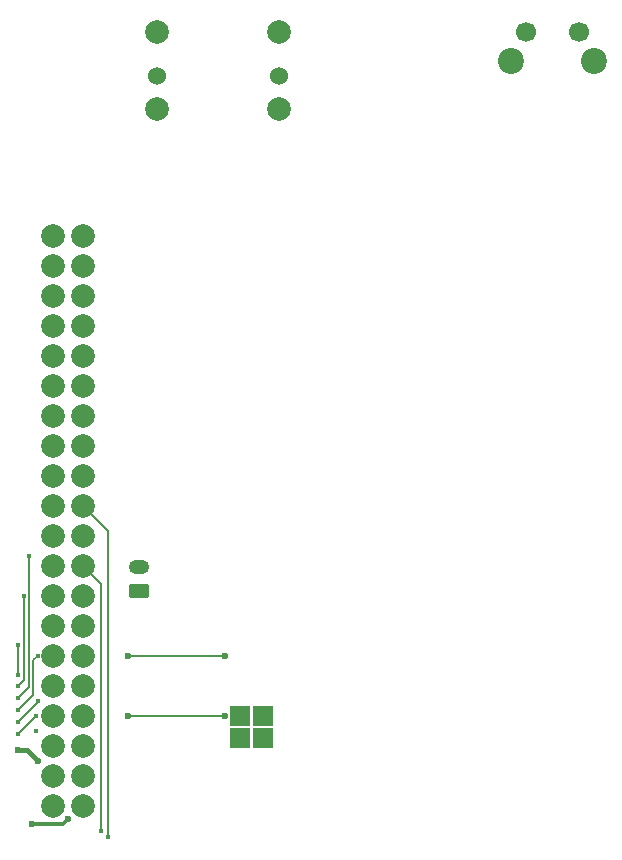
<source format=gbl>
%TF.GenerationSoftware,KiCad,Pcbnew,7.0.2-0*%
%TF.CreationDate,2025-01-26T18:28:18-07:00*%
%TF.ProjectId,RightMB,52696768-744d-4422-9e6b-696361645f70,rev?*%
%TF.SameCoordinates,Original*%
%TF.FileFunction,Copper,L2,Bot*%
%TF.FilePolarity,Positive*%
%FSLAX46Y46*%
G04 Gerber Fmt 4.6, Leading zero omitted, Abs format (unit mm)*
G04 Created by KiCad (PCBNEW 7.0.2-0) date 2025-01-26 18:28:18*
%MOMM*%
%LPD*%
G01*
G04 APERTURE LIST*
G04 Aperture macros list*
%AMRoundRect*
0 Rectangle with rounded corners*
0 $1 Rounding radius*
0 $2 $3 $4 $5 $6 $7 $8 $9 X,Y pos of 4 corners*
0 Add a 4 corners polygon primitive as box body*
4,1,4,$2,$3,$4,$5,$6,$7,$8,$9,$2,$3,0*
0 Add four circle primitives for the rounded corners*
1,1,$1+$1,$2,$3*
1,1,$1+$1,$4,$5*
1,1,$1+$1,$6,$7*
1,1,$1+$1,$8,$9*
0 Add four rect primitives between the rounded corners*
20,1,$1+$1,$2,$3,$4,$5,0*
20,1,$1+$1,$4,$5,$6,$7,0*
20,1,$1+$1,$6,$7,$8,$9,0*
20,1,$1+$1,$8,$9,$2,$3,0*%
G04 Aperture macros list end*
%TA.AperFunction,ComponentPad*%
%ADD10C,2.200000*%
%TD*%
%TA.AperFunction,ComponentPad*%
%ADD11C,1.700000*%
%TD*%
%TA.AperFunction,ComponentPad*%
%ADD12R,1.700000X1.700000*%
%TD*%
%TA.AperFunction,ComponentPad*%
%ADD13C,2.000000*%
%TD*%
%TA.AperFunction,ComponentPad*%
%ADD14C,1.524000*%
%TD*%
%TA.AperFunction,ComponentPad*%
%ADD15RoundRect,0.250000X0.625000X-0.350000X0.625000X0.350000X-0.625000X0.350000X-0.625000X-0.350000X0*%
%TD*%
%TA.AperFunction,ComponentPad*%
%ADD16O,1.750000X1.200000*%
%TD*%
%TA.AperFunction,ViaPad*%
%ADD17C,0.400000*%
%TD*%
%TA.AperFunction,ViaPad*%
%ADD18C,0.600000*%
%TD*%
%TA.AperFunction,Conductor*%
%ADD19C,0.200000*%
%TD*%
%TA.AperFunction,Conductor*%
%ADD20C,0.300000*%
%TD*%
%TA.AperFunction,Conductor*%
%ADD21C,0.400000*%
%TD*%
G04 APERTURE END LIST*
D10*
%TO.P,REF\u002A\u002A,*%
%TO.N,*%
X252187000Y-67778000D03*
X259187000Y-67778000D03*
D11*
%TO.P,REF\u002A\u002A,Out*%
%TO.N,N/C*%
X253437000Y-65278000D03*
%TO.P,REF\u002A\u002A,VCC*%
X257937000Y-65278000D03*
%TD*%
D12*
%TO.P,,SPKR*%
%TO.N,N/C*%
X231140000Y-125095000D03*
%TD*%
D13*
%TO.P,REF\u002A\u002A,Cen*%
%TO.N,N/C*%
X232480000Y-65320000D03*
D14*
%TO.P,REF\u002A\u002A,E*%
X232480000Y-69020000D03*
D13*
%TO.P,REF\u002A\u002A,N*%
X222180000Y-65320000D03*
%TO.P,REF\u002A\u002A,S*%
X222180000Y-71820000D03*
%TO.P,REF\u002A\u002A,VCC*%
X232480000Y-71820000D03*
D14*
%TO.P,REF\u002A\u002A,W*%
X222180000Y-69020000D03*
%TD*%
D12*
%TO.P,,GND*%
%TO.N,N/C*%
X231140000Y-123190000D03*
%TD*%
%TO.P,,GND*%
%TO.N,N/C*%
X229235000Y-123190000D03*
%TD*%
%TO.P,,GND*%
%TO.N,N/C*%
X229235000Y-123190000D03*
%TD*%
D15*
%TO.P,REF\u002A\u002A,1*%
%TO.N,N/C*%
X220684000Y-112633000D03*
D16*
%TO.P,REF\u002A\u002A,2*%
X220684000Y-110633000D03*
%TD*%
D12*
%TO.P,,SPKR*%
%TO.N,N/C*%
X229235000Y-125095000D03*
%TD*%
D13*
%TO.P,REF\u002A\u002A,1*%
%TO.N,N/C*%
X213360000Y-130810000D03*
%TO.P,REF\u002A\u002A,2*%
X215900000Y-130810000D03*
%TO.P,REF\u002A\u002A,3*%
X213360000Y-128270000D03*
%TO.P,REF\u002A\u002A,4*%
X215900000Y-128270000D03*
%TO.P,REF\u002A\u002A,5*%
X213360000Y-125730000D03*
%TO.P,REF\u002A\u002A,6*%
X215900000Y-125730000D03*
%TO.P,REF\u002A\u002A,7*%
X213360000Y-123190000D03*
%TO.P,REF\u002A\u002A,8*%
X215900000Y-123190000D03*
%TO.P,REF\u002A\u002A,9*%
X213360000Y-120650000D03*
%TO.P,REF\u002A\u002A,10*%
X215900000Y-120650000D03*
%TO.P,REF\u002A\u002A,11*%
X213360000Y-118110000D03*
%TO.P,REF\u002A\u002A,12*%
X215900000Y-118110000D03*
%TO.P,REF\u002A\u002A,13*%
X213360000Y-115570000D03*
%TO.P,REF\u002A\u002A,14*%
X215900000Y-115570000D03*
%TO.P,REF\u002A\u002A,15*%
X213360000Y-113030000D03*
%TO.P,REF\u002A\u002A,16*%
X215900000Y-113030000D03*
%TO.P,REF\u002A\u002A,17*%
X213360000Y-110490000D03*
%TO.P,REF\u002A\u002A,18*%
X215900000Y-110490000D03*
%TO.P,REF\u002A\u002A,19*%
X213360000Y-107950000D03*
%TO.P,REF\u002A\u002A,20*%
X215900000Y-107950000D03*
%TO.P,REF\u002A\u002A,21*%
X213360000Y-105410000D03*
%TO.P,REF\u002A\u002A,22*%
X215900000Y-105410000D03*
%TO.P,REF\u002A\u002A,23*%
X213360000Y-102870000D03*
%TO.P,REF\u002A\u002A,24*%
X215900000Y-102870000D03*
%TO.P,REF\u002A\u002A,25*%
X213360000Y-100330000D03*
%TO.P,REF\u002A\u002A,26*%
X215900000Y-100330000D03*
%TO.P,REF\u002A\u002A,27*%
X213360000Y-97790000D03*
%TO.P,REF\u002A\u002A,28*%
X215900000Y-97790000D03*
%TO.P,REF\u002A\u002A,29*%
X213360000Y-95250000D03*
%TO.P,REF\u002A\u002A,30*%
X215900000Y-95250000D03*
%TO.P,REF\u002A\u002A,31*%
X213360000Y-92710000D03*
%TO.P,REF\u002A\u002A,32*%
X215900000Y-92710000D03*
%TO.P,REF\u002A\u002A,33*%
X213360000Y-90170000D03*
%TO.P,REF\u002A\u002A,34*%
X215900000Y-90170000D03*
%TO.P,REF\u002A\u002A,35*%
X213360000Y-87630000D03*
%TO.P,REF\u002A\u002A,36*%
X215900000Y-87630000D03*
%TO.P,REF\u002A\u002A,37*%
X213360000Y-85090000D03*
%TO.P,REF\u002A\u002A,38*%
X215900000Y-85090000D03*
%TO.P,REF\u002A\u002A,39*%
X213360000Y-82550000D03*
%TO.P,REF\u002A\u002A,40*%
X215900000Y-82550000D03*
%TD*%
D17*
%TO.N,*%
X210439000Y-124714000D03*
X210439000Y-121666000D03*
X210439000Y-117221000D03*
X210439000Y-123698000D03*
D18*
X219710000Y-123190000D03*
D17*
X218059000Y-133477000D03*
D18*
X219710000Y-118110000D03*
D17*
X210439000Y-119706000D03*
X212090000Y-118110000D03*
D18*
X212090000Y-127000000D03*
X211582000Y-132334000D03*
X227965000Y-123190000D03*
D17*
X212090000Y-121920000D03*
X217424000Y-132969000D03*
D18*
X227965000Y-118110000D03*
D17*
X211328000Y-109702600D03*
X210439000Y-120650000D03*
X211963000Y-124460000D03*
X210439000Y-122682000D03*
X211963000Y-123190000D03*
D18*
X214630000Y-131953000D03*
D17*
X210947000Y-113030000D03*
D18*
X210439000Y-126111000D03*
%TD*%
D19*
%TO.N,*%
X212090000Y-118110000D02*
X211709000Y-118491000D01*
X211963000Y-123190000D02*
X210439000Y-124714000D01*
D20*
X211582000Y-132334000D02*
X214249000Y-132334000D01*
D21*
X211201000Y-126111000D02*
X212090000Y-127000000D01*
D19*
X210947000Y-113030000D02*
X210947000Y-120142000D01*
X217424000Y-132969000D02*
X217424000Y-112014000D01*
X217424000Y-112014000D02*
X215900000Y-110490000D01*
X210439000Y-123698000D02*
X212090000Y-122047000D01*
X219710000Y-118110000D02*
X227965000Y-118110000D01*
X210439000Y-119706000D02*
X210439000Y-117221000D01*
X212090000Y-122047000D02*
X212090000Y-121920000D01*
X218059000Y-107569000D02*
X215900000Y-105410000D01*
D20*
X214249000Y-132334000D02*
X214630000Y-131953000D01*
D19*
X211328000Y-120777000D02*
X210439000Y-121666000D01*
X211709000Y-121412000D02*
X210439000Y-122682000D01*
X218059000Y-133477000D02*
X218059000Y-107569000D01*
X210947000Y-120142000D02*
X210439000Y-120650000D01*
X227965000Y-123190000D02*
X219710000Y-123190000D01*
X211709000Y-118491000D02*
X211709000Y-121412000D01*
X211328000Y-109702600D02*
X211328000Y-120777000D01*
D21*
X210439000Y-126111000D02*
X211201000Y-126111000D01*
%TD*%
M02*

</source>
